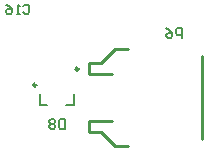
<source format=gbo>
G04*
G04 #@! TF.GenerationSoftware,Altium Limited,Altium Designer,19.0.10 (269)*
G04*
G04 Layer_Color=32896*
%FSLAX25Y25*%
%MOIN*%
G70*
G01*
G75*
%ADD11C,0.00984*%
%ADD15C,0.01000*%
%ADD16C,0.00787*%
%ADD17C,0.00591*%
%ADD110C,0.01024*%
D11*
X140453Y149606D02*
G03*
X140453Y149606I-492J0D01*
G01*
D15*
X166614Y161614D02*
X170945D01*
X166614Y129331D02*
X170945D01*
X195748Y131693D02*
Y159252D01*
X157953Y153347D02*
X165827D01*
X157953D02*
Y156890D01*
X161890D01*
X166614Y161614D01*
X161890Y134055D02*
X166614Y129331D01*
X157953Y134055D02*
X161890D01*
X157953D02*
Y137598D01*
X165827D01*
D16*
X141535Y143110D02*
Y146653D01*
Y143110D02*
X144095D01*
X152953D02*
Y146653D01*
X150394Y143110D02*
X152953D01*
D17*
X188976Y165354D02*
Y168503D01*
X187402D01*
X186877Y167978D01*
Y166929D01*
X187402Y166404D01*
X188976D01*
X183729Y168503D02*
X184778Y167978D01*
X185828Y166929D01*
Y165879D01*
X185303Y165354D01*
X184254D01*
X183729Y165879D01*
Y166404D01*
X184254Y166929D01*
X185828D01*
X150000Y138188D02*
Y135039D01*
X148426D01*
X147901Y135564D01*
Y137663D01*
X148426Y138188D01*
X150000D01*
X146851Y137663D02*
X146327Y138188D01*
X145277D01*
X144752Y137663D01*
Y137138D01*
X145277Y136614D01*
X144752Y136089D01*
Y135564D01*
X145277Y135039D01*
X146327D01*
X146851Y135564D01*
Y136089D01*
X146327Y136614D01*
X146851Y137138D01*
Y137663D01*
X146327Y136614D02*
X145277D01*
X136090Y175904D02*
X136615Y176429D01*
X137664D01*
X138189Y175904D01*
Y173805D01*
X137664Y173281D01*
X136615D01*
X136090Y173805D01*
X135040Y173281D02*
X133991D01*
X134516D01*
Y176429D01*
X135040Y175904D01*
X130317Y176429D02*
X131367Y175904D01*
X132417Y174855D01*
Y173805D01*
X131892Y173281D01*
X130842D01*
X130317Y173805D01*
Y174330D01*
X130842Y174855D01*
X132417D01*
D110*
X154528Y154921D02*
G03*
X154528Y154921I-512J0D01*
G01*
M02*

</source>
